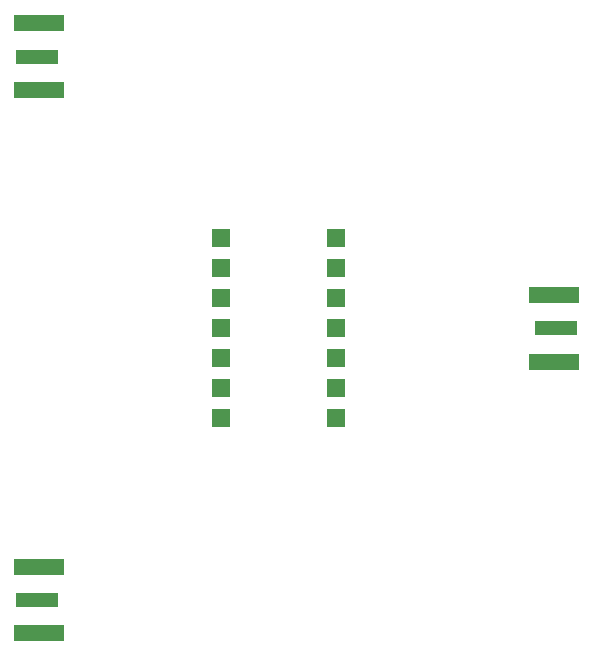
<source format=gbr>
%TF.GenerationSoftware,KiCad,Pcbnew,(5.1.6)-1*%
%TF.CreationDate,2020-10-09T05:33:10-04:00*%
%TF.ProjectId,RFID_PROJECT_PHASE-SHIFTER,52464944-5f50-4524-9f4a-4543545f5048,B*%
%TF.SameCoordinates,Original*%
%TF.FileFunction,Paste,Top*%
%TF.FilePolarity,Positive*%
%FSLAX46Y46*%
G04 Gerber Fmt 4.6, Leading zero omitted, Abs format (unit mm)*
G04 Created by KiCad (PCBNEW (5.1.6)-1) date 2020-10-09 05:33:10*
%MOMM*%
%LPD*%
G01*
G04 APERTURE LIST*
%ADD10R,1.600000X1.550000*%
%ADD11R,4.200000X1.350000*%
%ADD12R,3.600000X1.270000*%
G04 APERTURE END LIST*
D10*
%TO.C,U2*%
X146150000Y-100120000D03*
X155850000Y-100120000D03*
X146150000Y-97580000D03*
X155850000Y-97580000D03*
X146150000Y-95040000D03*
X155850000Y-95040000D03*
X146150000Y-92500000D03*
X155850000Y-92500000D03*
X146150000Y-89960000D03*
X155850000Y-89960000D03*
X146150000Y-87420000D03*
X155850000Y-87420000D03*
X146150000Y-84880000D03*
X155850000Y-84880000D03*
%TD*%
D11*
%TO.C,J5*%
X130700000Y-66675000D03*
X130700000Y-72325000D03*
D12*
X130500000Y-69500000D03*
%TD*%
D11*
%TO.C,J6*%
X130700000Y-112675000D03*
X130700000Y-118325000D03*
D12*
X130500000Y-115500000D03*
%TD*%
%TO.C,J7*%
X174500000Y-92500000D03*
D11*
X174300000Y-89675000D03*
X174300000Y-95325000D03*
%TD*%
M02*

</source>
